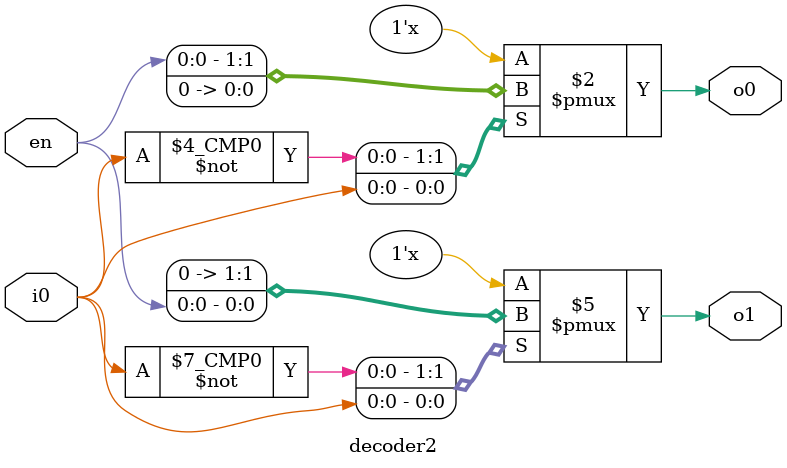
<source format=sv>
module decoder2
(
input i0,
input en,
output logic o0,
output logic o1
);

always_comb begin
    o0 = 0;
    o1 = 0;
    case(i0)
    0: o0 = en;
    1: o1 = en;
    endcase
end

endmodule
</source>
